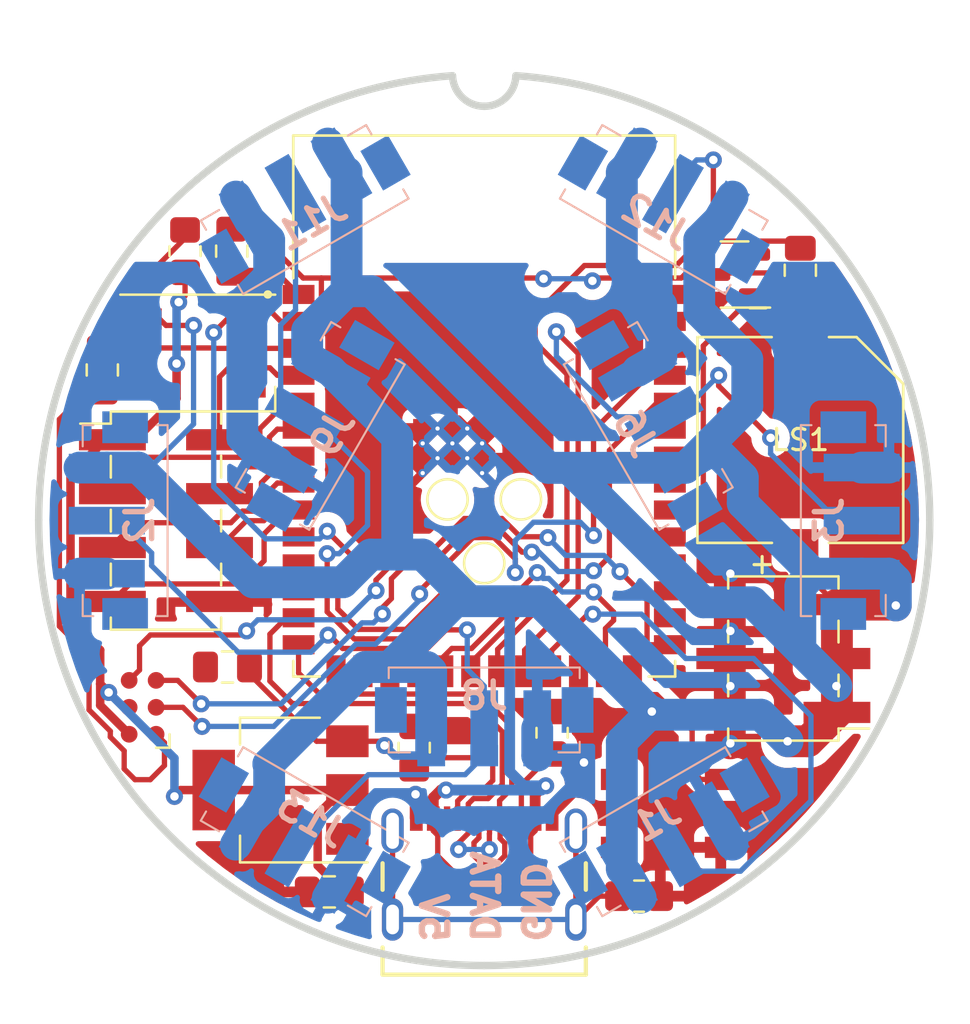
<source format=kicad_pcb>
(kicad_pcb (version 20211014) (generator pcbnew)

  (general
    (thickness 1.6)
  )

  (paper "A4")
  (layers
    (0 "F.Cu" signal)
    (31 "B.Cu" signal)
    (32 "B.Adhes" user "B.Adhesive")
    (33 "F.Adhes" user "F.Adhesive")
    (34 "B.Paste" user)
    (35 "F.Paste" user)
    (36 "B.SilkS" user "B.Silkscreen")
    (37 "F.SilkS" user "F.Silkscreen")
    (38 "B.Mask" user)
    (39 "F.Mask" user)
    (40 "Dwgs.User" user "User.Drawings")
    (41 "Cmts.User" user "User.Comments")
    (42 "Eco1.User" user "User.Eco1")
    (43 "Eco2.User" user "User.Eco2")
    (44 "Edge.Cuts" user)
    (45 "Margin" user)
    (46 "B.CrtYd" user "B.Courtyard")
    (47 "F.CrtYd" user "F.Courtyard")
    (48 "B.Fab" user)
    (49 "F.Fab" user)
    (50 "User.1" user)
    (51 "User.2" user)
    (52 "User.3" user)
    (53 "User.4" user)
    (54 "User.5" user)
    (55 "User.6" user)
    (56 "User.7" user)
    (57 "User.8" user)
    (58 "User.9" user)
  )

  (setup
    (stackup
      (layer "F.SilkS" (type "Top Silk Screen"))
      (layer "F.Paste" (type "Top Solder Paste"))
      (layer "F.Mask" (type "Top Solder Mask") (thickness 0.01))
      (layer "F.Cu" (type "copper") (thickness 0.035))
      (layer "dielectric 1" (type "core") (thickness 1.51) (material "FR4") (epsilon_r 4.5) (loss_tangent 0.02))
      (layer "B.Cu" (type "copper") (thickness 0.035))
      (layer "B.Mask" (type "Bottom Solder Mask") (thickness 0.01))
      (layer "B.Paste" (type "Bottom Solder Paste"))
      (layer "B.SilkS" (type "Bottom Silk Screen"))
      (copper_finish "None")
      (dielectric_constraints no)
    )
    (pad_to_mask_clearance 0)
    (pcbplotparams
      (layerselection 0x00010fc_ffffffff)
      (disableapertmacros false)
      (usegerberextensions false)
      (usegerberattributes true)
      (usegerberadvancedattributes true)
      (creategerberjobfile true)
      (svguseinch false)
      (svgprecision 6)
      (excludeedgelayer true)
      (plotframeref false)
      (viasonmask false)
      (mode 1)
      (useauxorigin false)
      (hpglpennumber 1)
      (hpglpenspeed 20)
      (hpglpendiameter 15.000000)
      (dxfpolygonmode true)
      (dxfimperialunits true)
      (dxfusepcbnewfont true)
      (psnegative false)
      (psa4output false)
      (plotreference true)
      (plotvalue true)
      (plotinvisibletext false)
      (sketchpadsonfab false)
      (subtractmaskfromsilk false)
      (outputformat 1)
      (mirror false)
      (drillshape 0)
      (scaleselection 1)
      (outputdirectory "gerber/")
    )
  )

  (net 0 "")
  (net 1 "+5V")
  (net 2 "GND")
  (net 3 "+3V3")
  (net 4 "ESP_EN")
  (net 5 "LED_INTERNAL")
  (net 6 "ESP_TX")
  (net 7 "ESP_RX")
  (net 8 "ESP_IO0")
  (net 9 "ESP_D+")
  (net 10 "unconnected-(U2-Pad17)")
  (net 11 "ESP_D-")
  (net 12 "ESP_IO4")
  (net 13 "Net-(J4-PadB5)")
  (net 14 "Net-(J4-PadS1)")
  (net 15 "Net-(J4-PadA5)")
  (net 16 "unconnected-(J4-PadA8)")
  (net 17 "unconnected-(J4-PadB8)")
  (net 18 "BUZZER")
  (net 19 "ESP_IO5")
  (net 20 "ESP_IO6")
  (net 21 "ESP_IO7")
  (net 22 "ESP_IO8")
  (net 23 "LED_EXTERNAL_0")
  (net 24 "ESP_IO9")
  (net 25 "unconnected-(U2-Pad11)")
  (net 26 "unconnected-(U2-Pad15)")
  (net 27 "unconnected-(U2-Pad16)")
  (net 28 "LED_EXTERNAL_2")
  (net 29 "LED_EXTERNAL_4")
  (net 30 "LED_EXTERNAL_1")
  (net 31 "LED_EXTERNAL_3")
  (net 32 "LED_EXTERNAL_5")
  (net 33 "unconnected-(U2-Pad24)")
  (net 34 "unconnected-(U2-Pad26)")
  (net 35 "unconnected-(U2-Pad28)")
  (net 36 "unconnected-(U2-Pad29)")
  (net 37 "unconnected-(U2-Pad30)")
  (net 38 "unconnected-(U2-Pad31)")
  (net 39 "unconnected-(U2-Pad33)")
  (net 40 "unconnected-(U2-Pad34)")
  (net 41 "unconnected-(U2-Pad35)")
  (net 42 "unconnected-(U2-Pad38)")
  (net 43 "unconnected-(U2-Pad39)")
  (net 44 "unconnected-(D2-Pad2)")
  (net 45 "unconnected-(D1-Pad2)")
  (net 46 "Net-(LS1-PadN)")
  (net 47 "unconnected-(U2-Pad10)")
  (net 48 "unconnected-(U2-Pad12)")

  (footprint "LED_SMD:LED_WS2812B_PLCC4_5.0x5.0mm_P3.2mm" (layer "F.Cu") (at 58.7 63.8))

  (footprint "TestPoint:TestPoint_Pad_D1.5mm" (layer "F.Cu") (at 51.73 49))

  (footprint "TestPoint:TestPoint_Pad_D1.5mm" (layer "F.Cu") (at 48.27 49))

  (footprint "Resistor_SMD:R_0805_2012Metric_Pad1.20x1.40mm_HandSolder" (layer "F.Cu") (at 57.3 67.7))

  (footprint "CMI-9705-0380-SMT-TR:CUI_CMI-9705-0380-SMT-TR" (layer "F.Cu") (at 64.9 46.2 180))

  (footprint "AMS1117:SOT-223-3Lead_TabPin2" (layer "F.Cu") (at 40.4 62.7 180))

  (footprint "Capacitor_SMD:C_0805_2012Metric_Pad1.18x1.45mm_HandSolder" (layer "F.Cu") (at 32 42.9 -90))

  (footprint "Resistor_SMD:R_0805_2012Metric_Pad1.20x1.40mm_HandSolder" (layer "F.Cu") (at 46.7 60.7 90))

  (footprint "Connector_PinHeader_2.54mm:PinHeader_2x04_P2.54mm_Vertical_SMD" (layer "F.Cu") (at 35 50))

  (footprint "Capacitor_SMD:C_0805_2012Metric_Pad1.18x1.45mm_HandSolder" (layer "F.Cu") (at 64.9 38.2 -90))

  (footprint "LED_SMD:LED_WS2812B_PLCC4_5.0x5.0mm_P3.2mm" (layer "F.Cu") (at 36.5 42.1))

  (footprint "Connector:Tag-Connect_TC2030-IDC-NL_2x03_P1.27mm_Vertical" (layer "F.Cu") (at 33.9 58.8 90))

  (footprint "ESP32-S3:XCVR_ESP32-S3-WROOM-1-N16R2" (layer "F.Cu") (at 50 44.6))

  (footprint "Package_TO_SOT_SMD:SOT-23" (layer "F.Cu") (at 61.8 38.4 180))

  (footprint "Resistor_SMD:R_0805_2012Metric_Pad1.20x1.40mm_HandSolder" (layer "F.Cu") (at 35.9 37.3 90))

  (footprint "USB:GCT_USB4105-GF-A" (layer "F.Cu") (at 50 68.8))

  (footprint "Connector_PinHeader_2.54mm:PinHeader_2x03_P2.54mm_Vertical_SMD" (layer "F.Cu") (at 64.1 56.5 180))

  (footprint "Capacitor_SMD:C_0805_2012Metric_Pad1.18x1.45mm_HandSolder" (layer "F.Cu") (at 42.7 67.5 180))

  (footprint "TestPoint:TestPoint_Pad_D1.5mm" (layer "F.Cu") (at 50 52))

  (footprint "Resistor_SMD:R_0805_2012Metric_Pad1.20x1.40mm_HandSolder" (layer "F.Cu") (at 53.2 60 90))

  (footprint "Capacitor_SMD:C_0805_2012Metric_Pad1.18x1.45mm_HandSolder" (layer "F.Cu") (at 38.1 37.3 -90))

  (footprint "Capacitor_SMD:C_0805_2012Metric_Pad1.18x1.45mm_HandSolder" (layer "F.Cu") (at 37.9 56.9 180))

  (footprint "KYOCERA:009155003541006" (layer "B.Cu") (at 43.07 46 -120))

  (footprint "KYOCERA:009155003541006" (layer "B.Cu") (at 42 63.86 -30))

  (footprint "KYOCERA:009155003541006" (layer "B.Cu") (at 58 63.86 30))

  (footprint "KYOCERA:009155003541006" (layer "B.Cu") (at 66 50 90))

  (footprint "KYOCERA:009155003541006" (layer "B.Cu") (at 56.93 46 120))

  (footprint "KYOCERA:009155003541006" (layer "B.Cu") (at 58 36.14 150))

  (footprint "KYOCERA:009155003541006" (layer "B.Cu") (at 50 58))

  (footprint "KYOCERA:009155003541006" (layer "B.Cu") (at 42 36.14 -150))

  (footprint "KYOCERA:009155003541006" (layer "B.Cu") (at 34 50 -90))

  (gr_curve (pts (xy 51.494084 29.029381) (xy 51.462519 29.829935) (xy 50.808295 30.470615) (xy 50.000011 30.470615)) (layer "Edge.Cuts") (width 0.35) (tstamp 02025f0d-2c36-4e8a-b2f2-bd209884a171))
  (gr_curve (pts (xy 71 49.970609) (xy 71 38.875572) (xy 62.393957 29.796475) (xy 51.494084 29.029381)) (layer "Edge.Cuts") (width 0.35) (tstamp 15e7e8ae-30f8-4ab4-8598-527b01c57ead))
  (gr_curve (pts (xy 29.000001 49.970609) (xy 29.000001 61.568588) (xy 38.402011 70.970619) (xy 50.000011 70.970619)) (layer "Edge.Cuts") (width 0.35) (tstamp 2fe86075-1652-4a57-add0-6a0d4ccd3bba))
  (gr_curve (pts (xy 50.000011 70.970619) (xy 61.59799 70.970619) (xy 71 61.568588) (xy 71 49.970609)) (layer "Edge.Cuts") (width 0.35) (tstamp 6f5105ac-cf26-4982-b835-feffb12fc1cd))
  (gr_curve (pts (xy 48.505916 29.029381) (xy 37.606022 29.796475) (xy 29.000001 38.875572) (xy 29.000001 49.970609)) (layer "Edge.Cuts") (width 0.35) (tstamp 83454dc4-d07d-4169-b1b5-ccfdc401f507))
  (gr_curve (pts (xy 50.000011 30.470615) (xy 49.191706 30.470615) (xy 48.537482 29.829935) (xy 48.505916 29.029381)) (layer "Edge.Cuts") (width 0.35) (tstamp ae5e877b-644d-456e-b5ef-1a64fc0b52f5))
  (gr_text "DATA" (at 50 70 270) (layer "B.SilkS") (tstamp 71347679-6d00-4bdf-82a7-292868af630f)
    (effects (font (size 1.2 1.2) (thickness 0.3)) (justify left mirror))
  )
  (gr_text "GND" (at 52.4 70 270) (layer "B.SilkS") (tstamp b78bfc8f-0469-4499-ad41-c131461c3c5d)
    (effects (font (size 1.2 1.2) (thickness 0.3)) (justify left mirror))
  )
  (gr_text "5V" (at 47.6 70 270) (layer "B.SilkS") (tstamp fcb97466-92b0-4979-a8fb-7f5018f5491e)
    (effects (font (size 1.2 1.2) (thickness 0.3)) (justify left mirror))
  )

  (segment (start 66.625 53.96) (end 69.36 53.96) (width 1.5) (layer "F.Cu") (net 1) (tstamp 1ab7e168-65ef-4c69-aee8-827e1f2d4f74))
  (segment (start 42.1 60.4) (end 43.55 60.4) (width 0.25) (layer "F.Cu") (net 1) (tstamp 257b7ca8-1cb9-4fe8-84ad-e7a71d3c2e46))
  (segment (start 47.6 63.062978) (end 47.6 64.045) (width 0.508) (layer "F.Cu") (net 1) (tstamp 26890865-820e-4f14-b8f0-4f830b5d6ea8))
  (segment (start 57.9 59) (end 56.25 60.65) (width 0.4) (layer "F.Cu") (net 1) (tstamp 2916e286-2d8e-459a-a801-ff7973ef9fa7))
  (segment (start 47.962978 62.7) (end 47.6 63.062978) (width 0.508) (layer "F.Cu") (net 1) (tstamp 2feeab13-c423-4052-9869-99a9a36c9cec))
  (segment (start 64.9 51.15) (end 64.9 52.235) (width 0.25) (layer "F.Cu") (net 1) (tstamp 3872a798-7f5f-4b91-96ae-c068ecddcd72))
  (segment (start 45.100498 60.4) (end 43.55 60.4) (width 0.25) (layer "F.Cu") (net 1) (tstamp 3df79f41-bcdc-413a-8eef-2cfc7190bcb7))
  (segment (start 47.6 64.045) (end 47.6 64.620727) (width 0.25) (layer "F.Cu") (net 1) (tstamp 3f525730-2b60-4fcf-adc6-0a8cf97d099c))
  (segment (start 34.7 40.5) (end 35 40.8) (width 0.25) (layer "F.Cu") (net 1) (tstamp 411b3d42-1b42-41a1-8927-176f2c03698d))
  (segment (start 52.4 62.9) (end 52.4 64.045) (width 0.508) (layer "F.Cu") (net 1) (tstamp 49322a6e-e281-46e3-ad3d-20050b2bb3dc))
  (segment (start 52.190479 65.809521) (end 52.190479 64.830248) (width 0.25) (layer "F.Cu") (net 1) (tstamp 4c6ebc15-4f96-4288-a5ed-5a7b5b989e43))
  (segment (start 64.9 52.235) (end 66.625 53.96) (width 0.25) (layer "F.Cu") (net 1) (tstamp 596c4946-f4f7-4581-a679-c686de92f943))
  (segment (start 69.36 53.96) (end 69.4 54) (width 1.5) (layer "F.Cu") (net 1) (tstamp 5f29c71d-d990-4098-9efa-edd1d6e06641))
  (segment (start 48.2 62.7) (end 47.962978 62.7) (width 0.508) (layer "F.Cu") (net 1) (tstamp 611ac314-42cd-41a8-91b4-3f1060711534))
  (segment (start 52.9 62.4) (end 52.4 62.9) (width 0.508) (layer "F.Cu") (net 1) (tstamp 61fc3ea2-00fe-49a0-abaa-a83a0272f2cb))
  (segment (start 64.3 60.4) (end 65.265 60.4) (width 1.5) (layer "F.Cu") (net 1) (tstamp 66cebd83-6351-4cf9-844e-f0e2e255291e))
  (segment (start 52.4 64.620727) (end 52.4 64.045) (width 0.25) (layer "F.Cu") (net 1) (tstamp 6c751816-cee0-4df4-9d46-48a5e4e5ba4f))
  (segment (start 52.9 62.4) (end 52.9 62.5) (width 0.508) (layer "F.Cu") (net 1) (tstamp 6f0fe351-769e-4b3a-bceb-af950cef9286))
  (segment (start 48.7 66.7) (end 51.3 66.7) (width 0.25) (layer "F.Cu") (net 1) (tstamp 7b171160-3831-405e-beb6-8ecdd733f235))
  (segment (start 47.809521 64.830248) (end 47.809521 65.809521) (width 0.25) (layer "F.Cu") (net 1) (tstamp 81890a6b-86dd-4622-940a-2aa2760cf519))
  (segment (start 38.9375 56.9) (end 38.9375 57.2375) (width 0.25) (layer "F.Cu") (net 1) (tstamp 8233a213-1f1f-4788-8fee-5f729bbf84da))
  (segment (start 56.25 60.65) (end 56.25 62.2) (width 0.4) (layer "F.Cu") (net 1) (tstamp 84effbd7-df07-4ed7-9a69-3f907cd61bf4))
  (segment (start 34.05 40.5) (end 34.7 40.5) (width 0.25) (layer "F.Cu") (net 1) (tstamp 8d0b4929-7499-47de-b3ef-525ce6137c78))
  (segment (start 35 40.8) (end 36.3 40.8) (width 0.25) (layer "F.Cu") (net 1) (tstamp 90660276-b998-45ed-981f-798f3a5a3d4f))
  (segment (start 66.625 56.5) (end 66.625 59.04) (width 1.5) (layer "F.Cu") (net 1) (tstamp 912045d1-f4a7-41cf-a4f2-c3a419404778))
  (segment (start 45.3 60.599502) (end 45.100498 60.4) (width 0.25) (layer "F.Cu") (net 1) (tstamp a3b9a08c-0a35-46d1-bd1d-5165f095659f))
  (segment (start 52.190479 64.830248) (end 52.4 64.620727) (width 0.25) (layer "F.Cu") (net 1) (tstamp a48be18c-803e-4df9-a0c7-4ef12645cc81))
  (segment (start 65.265 60.4) (end 66.625 59.04) (width 1.5) (layer "F.Cu") (net 1) (tstamp ac514b35-215a-4457-8b72-7ea059606705))
  (segment (start 38.9375 57.2375) (end 42.1 60.4) (width 0.25) (layer "F.Cu") (net 1) (tstamp b5caeb15-a9b8-440b-bb54-7f763a444911))
  (segment (start 47.809521 65.809521) (end 48.7 66.7) (width 0.25) (layer "F.Cu") (net 1) (tstamp d5bfb570-d704-4eb8-b9c2-5ca29b1b7012))
  (segment (start 47.6 64.620727) (end 47.809521 64.830248) (width 0.25) (layer "F.Cu") (net 1) (tstamp db8a87c6-0cb3-451a-8993-2036f12ab455))
  (segment (start 51.3 66.7) (end 52.190479 65.809521) (width 0.25) (layer "F.Cu") (net 1) (tstamp e2b85c11-50d6-44cf-b9bc-ff730288aaa3))
  (segment (start 66.625 53.96) (end 66.625 56.5) (width 1.5) (layer "F.Cu") (net 1) (tstamp e2cfb055-efcc-4c97-8848-6b15df2b09ea))
  (via (at 64.3 60.4) (size 0.8) (drill 0.4) (layers "F.Cu" "B.Cu") (net 1) (tstamp 436cd9a8-9e91-4dcb-974d-546eb40615ac))
  (via (at 57.9 59) (size 0.8) (drill 0.4) (layers "F.Cu" "B.Cu") (net 1) (tstamp 4dc2cc97-f1d0-44db-ad42-6887226034f6))
  (via (at 69.4 54) (size 0.8) (drill 0.4) (layers "F.Cu" "B.Cu") (net 1) (tstamp 5585aa5f-4576-46b3-b861-dba8c9f62dda))
  (via (at 52.9 62.5) (size 0.8) (drill 0.4) (layers "F.Cu" "B.Cu") (net 1) (tstamp 87aec584-7456-45f3-91a4-30c7766c368e))
  (via (at 45.3 60.599502) (size 0.8) (drill 0.4) (layers "F.Cu" "B.Cu") (net 1) (tstamp 967020df-d1e7-4f1b-839c-f7000e628acb))
  (via (at 36.3 40.8) (size 0.8) (drill 0.4) (layers "F.Cu" "B.Cu") (net 1) (tstamp a99d0c10-df94-419b-bc4d-bc2210591662))
  (via (at 66.6 57.8) (size 0.8) (drill 0.4) (layers "F.Cu" "B.Cu") (net 1) (tstamp dd20fc3f-bfb0-4859-92ab-4c54a5b8bb0e))
  (via (at 48.2 62.7) (size 0.8) (drill 0.4) (layers "F.Cu" "B.Cu") (net 1) (tstamp edd82b38-554f-4063-8b74-79348c29555f))
  (segment (start 45.9 46.069206) (end 45.9 51.6) (width 1.5) (layer "B.Cu") (net 1) (tstamp 02752434-8751-4b0d-8659-7192343eb75c))
  (segment (start 30.924989 47.499808) (end 32.2125 47.5) (width 1.5) (layer "B.Cu") (net 1) (tstamp 039d0357-4bce-43db-8ed6-cc1ad547c7aa))
  (segment (start 45.9 51.6) (end 47.1 51.6) (width 1.5) (layer "B.Cu") (net 1) (tstamp 06fb19a5-e5a1-4470-9c66-0d0573961e35))
  (segment (start 44.690322 39.187563) (end 43.512437 39.187563) (width 1.5) (layer "B.Cu") (net 1) (tstamp 09cde777-0ab0-4020-84e7-f09949f6bc93))
  (segment (start 57.9 59) (end 57.8 59.1) (width 1.5) (layer "B.Cu") (net 1) (tstamp 0b6db8cc-5cb3-48ff-a3b2-913cfa268b0f))
  (segment (start 62.4 44.599334) (end 59.72802 47.271314) (width 1.5) (layer "B.Cu") (net 1) (tstamp 0ceb70ab-b158-499e-9df4-36f9a07d50bf))
  (segment (start 39.825867 61.474133) (end 39.863527 61.511792) (width 1.5) (layer "B.Cu") (net 1) (tstamp 0f1602e3-d3aa-4560-a7a4-48fa0feb1e07))
  (segment (start 43.512437 39.187563) (end 43.512437 33.583103) (width 1.5) (layer "B.Cu") (net 1) (tstamp 126db389-6547-4ef3-914b-9e7fb07867b2))
  (segment (start 47.1 51.6) (end 49.300011 53.800011) (width 1.5) (layer "B.Cu") (net 1) (tstamp 13e15420-77eb-4f3f-a87f-e3b05367207d))
  (segment (start 45.775509 61.075011) (end 47.499808 61.075011) (width 0.4) (layer "B.Cu") (net 1) (tstamp 15a21dd4-14de-4153-9943-d557b31e9718))
  (segment (start 39.106586 52.907564) (end 33.699022 47.5) (width 1.5) (layer "B.Cu") (net 1) (tstamp 16f487b6-b824-4b58-91f2-d6b2e9bce3c5))
  (segment (start 43.271314 33.34198) (end 43.271314 33.671314) (width 0.508) (layer "B.Cu") (net 1) (tstamp 179f68f0-a496-4478-807a-8a228ac1fdea))
  (segment (start 53.015196 47.512437) (end 44.690322 39.187563) (width 1.5) (layer "B.Cu") (net 1) (tstamp 1dfa3d63-37cc-4399-bc81-c26354601270))
  (segment (start 43.512437 39.187563) (end 41.657058 41.042942) (width 1.5) (layer "B.Cu") (net 1) (tstamp 226133bf-717b-412e-a057-c2e86f0862ed))
  (segment (start 66.6 57.8) (end 64.900489 56.100489) (width 1.5) (layer "B.Cu") (net 1) (tstamp 2270ac14-2b76-48f7-a1d6-48e1bcb60399))
  (segment (start 47.5 59.7875) (end 47.5 57.100978) (width 1.5) (layer "B.Cu") (net 1) (tstamp 22ce26e9-6173-4555-ab7a-a54424d6ac5d))
  (segment (start 60.843134 46.627724) (end 62.18657 47.97116) (width 1.5) (layer "B.Cu") (net 1) (tstamp 25b8529f-de0b-41ea-9eaf-944a1e96fb29))
  (segment (start 42.627724 32.226866) (end 43.271314 33.34198) (width 1.5) (layer "B.Cu") (net 1) (tstamp 2ae42398-6c29-43fd-a69b-1fdb739a259b))
  (segment (start 39.863527 61.511792) (end 39.863527 63.235679) (width 1.5) (layer "B.Cu") (net 1) (tstamp 2f55a00c-7e9b-45b5-a56c-b13214df6d91))
  (segment (start 64.900489 53.099511) (end 65.5 52.5) (width 1.5) (layer "B.Cu") (net 1) (tstamp 321a4aec-45df-4ea5-9e1e-812b2e5883f0))
  (segment (start 56.487563 66.416897) (end 56.728686 66.65802) (width 1.5) (layer "B.Cu") (net 1) (tstamp 38911e58-08a0-4e73-b95e-8d339608bdb7))
  (segment (start 61.058814 35.84198) (end 60.136473 36.764321) (width 1.5) (layer "B.Cu") (net 1) (tstamp 3934c9a6-865d-40a7-bafa-f7759a48a519))
  (segment (start 62.18657 49.18657) (end 65.5 52.5) (width 1.5) (layer "B.Cu") (net 1) (tstamp 3ab214bb-e580-4dcb-86c8-1a855e3bd773))
  (segment (start 60.136473 40.136473) (end 62.4 42.4) (width 1.5) (layer "B.Cu") (net 1) (tstamp 3cb6da36-fe9c-4984-b9ef-754b7cca2469))
  (segment (start 52.9 62.5) (end 51.867363 62.5) (width 0.508) (layer "B.Cu") (net 1) (tstamp 3db1eab7-d1e2-4856-9133-6156a5b07976))
  (segment (start 47.5 57.100978) (end 47.299511 56.900489) (width 1.5) (layer "B.Cu") (net 1) (tstamp 406d6b8f-8aac-4a85-9861-7c8d913b32e2))
  (segment (start 53.015196 47.512437) (end 53.986585 47.512437) (width 1.5) (layer "B.Cu") (net 1) (tstamp 4551b841-6bf4-4692-8680-0c8c210e0d5f))
  (segment (start 53.986585 47.512437) (end 60.324637 53.850489) (width 1.5) (layer "B.Cu") (net 1) (tstamp 4997c37b-168d-4bbd-9073-89e792676323))
  (segment (start 51.2 54) (end 51.4 53.8) (width 0.508) (layer "B.Cu") (net 1) (tstamp 4d55b5f5-0ddb-4e00-a307-da3ecfaf3e29))
  (segment (start 47.100489 56.900489) (end 47.299511 56.900489) (width 1.5) (layer "B.Cu") (net 1) (tstamp 4f2decb1-190c-44f6-bb9c-f88f37317c45))
  (segment (start 34.25 47.5) (end 32.2125 47.5) (width 0.25) (layer "B.Cu") (net 1) (tstamp 53a7da79-bfdf-4a18-a2d8-000ea12189a2))
  (segment (start 51.2 61.832637) (end 51.2 54) (width 0.508) (layer "B.Cu") (net 1) (tstamp 635632b3-9828-4261-86e3-f775f3b55cdc))
  (segment (start 52.7 62.7) (end 52.9 62.5) (width 0.508) (layer "B.Cu") (net 1) (tstamp 683090bf-0121-4bb4-b7d7-6702c2335793))
  (segment (start 65.5 52.5) (end 67.7875 52.5) (width 1.5) (layer "B.Cu") (net 1) (tstamp 6c892449-fa98-4beb-9545-a7daa2d377fc))
  (segment (start 62.18657 47.97116) (end 62.18657 49.18657) (width 1.5) (layer "B.Cu") (net 1) (tstamp 6d97a773-7566-43e5-a8e3-b42dc24928d5))
  (segment (start 44.643716 51.6) (end 43.336152 52.907564) (width 1.5) (layer "B.Cu") (net 1) (tstamp 6de3070a-7531-42ce-a1d4-a7c785d5ad43))
  (segment (start 48.2 62.7) (end 52.7 62.7) (width 0.508) (layer "B.Cu") (net 1) (tstamp 6eceff25-1402-46b4-8802-cdab6ba8051e))
  (segment (start 69.075011 52.500192) (end 67.7875 52.5) (width 1.5) (layer "B.Cu") (net 1) (tstamp 7362ae56-3517-4081-bccb-817245acf9af))
  (segment (start 57.372276 67.773134) (end 56.728686 66.65802) (width 1.5) (layer "B.Cu") (net 1) (tstamp 755079d2-c7b5-4488-b47a-e8bf3710027f))
  (segment (start 56.487563 60.412437) (end 56.487563 66.416897) (width 1.5) (layer "B.Cu") (net 1) (tstamp 7e257cb0-933d-4e3e-ae41-dd0fae9f2047))
  (segment (start 44.399511 56.900489) (end 39.825867 61.474133) (width 1.5) (layer "B.Cu") (net 1) (tstamp 7fae9e3f-d082-4ead-ba25-16b7fe78a153))
  (segment (start 59.72802 47.271314) (end 59.486897 47.512437) (width 1.5) (layer "B.Cu") (net 1) (tstamp 83830d69-3c9d-4225-81c0-c67c61c0f729))
  (segment (start 69.4 54) (end 69.4 52.825181) (width 1.5) (layer "B.Cu") (net 1) (tstamp 87e8d44a-40ef-4b5d-8a93-6c64fe74fc52))
  (segment (start 49.300011 53.800011) (end 51.4 53.800011) (width 1.5) (layer "B.Cu") (net 1) (tstamp 89f0ec50-3286-45bd-baf2-ff765b9d8559))
  (segment (start 57.9 59) (end 56.487563 60.412437) (width 1.5) (layer "B.Cu") (net 1) (tstamp 9305d648-9ff9-4366-b118-4b22c22b8aae))
  (segment (start 52.6 53.8) (end 51.4 53.8) (width 1.5) (layer "B.Cu") (net 1) (tstamp 93f94c51-bd02-41aa-bb9c-a02507e54439))
  (segment (start 59.486897 47.512437) (end 53.015196 47.512437) (width 1.5) (layer "B.Cu") (net 1) (tstamp 96811c80-254d-4a3b-aee9-08c8ff535e96))
  (segment (start 36.3 45.45) (end 34.25 47.5) (width 0.25) (layer "B.Cu") (net 1) (tstamp 97c21455-c1ff-4391-9b47-3be3e31f0909))
  (segment (start 47.5 59.7875) (end 47.5 60.825002) (width 1.5) (layer "B.Cu") (net 1) (tstamp 9b156987-84e0-41cc-8fab-8745b1127132))
  (segment (start 64.3 60.4) (end 63.049511 59.149511) (width 1.5) (layer "B.Cu") (net 1) (tstamp a17f60e7-a19a-4917-a542-50de05e641ff))
  (segment (start 45.9 51.6) (end 44.643716 51.6) (width 1.5) (layer "B.Cu") (net 1) (tstamp a27eb3e7-e616-4e82-85fe-58320642a286))
  (segment (start 62.4 42.4) (end 62.4 44.599334) (width 1.5) (layer "B.Cu") (net 1) (tstamp a29452be-4f39-4693-adc0-fc9556c10fd5))
  (segment (start 38.297265 65.272942) (end 38.941186 64.15802) (width 1.5) (layer "B.Cu") (net 1) (tstamp a2c7e02a-9eb7-4fe3-8b47-9b3a800c52f3))
  (segment (start 61.702735 34.727058) (end 61.058814 35.84198) (width 1.5) (layer "B.Cu") (net 1) (tstamp a3045687-06ae-41a2-b8bb-606ffc9713b2))
  (segment (start 69.4 52.825181) (end 69.075011 52.500192) (width 1.5) (layer "B.Cu") (net 1) (tstamp aa0c6cfa-bb23-4be4-8d0c-cb7d53887b58))
  (segment (start 64.900489 56.100489) (end 62.650489 53.850489) (width 1.5) (layer "B.Cu") (net 1) (tstamp ad80e1b4-dacc-4ef8-b3a7-46455c3329c7))
  (segment (start 39.863527 63.235679) (end 38.941186 64.15802) (width 1.5) (layer "B.Cu") (net 1) (tstamp adb705e2-a62b-4637-8804-76dae706a0e8))
  (segment (start 64.900489 56.100489) (end 64.900489 53.099511) (width 1.5) (layer "B.Cu") (net 1) (tstamp ae7ed41c-08c1-4564-bc36-4ce9f60cf0e8))
  (segment (start 41.657058 41.042942) (end 41.657058 42.297265) (width 1.5) (layer "B.Cu") (net 1) (tstamp b4b4187d-c722-4771-ae57-d45afe2c5985))
  (segment (start 44.399511 56.900489) (end 45.540513 56.900489) (width 1.5) (layer "B.Cu") (net 1) (tstamp b6796925-057f-4a79-b053-909892435f42))
  (segment (start 48.641013 53.799989) (end 49.300011 53.799989) (width 1.5) (layer "B.Cu") (net 1) (tstamp badead41-a09c-4817-acdb-386c1fec443a))
  (segment (start 57.949511 59.149511) (end 52.6 53.8) (width 1.5) (layer "B.Cu") (net 1) (tstamp be06a883-e6c5-4ee8-9c54-6d953990c981))
  (segment (start 45.540513 56.900489) (end 48.641013 53.799989) (width 1.5) (layer "B.Cu") (net 1) (tstamp c0f0c0e8-9604-4b38-8836-7e8e5602ca22))
  (segment (start 60.136473 36.764321) (end 60.136473 40.136473) (width 1.5) (layer "B.Cu") (net 1) (tstamp d8853521-2a77-47c9-b80a-25d80623239a))
  (segment (start 42.77198 42.941186) (end 41.657058 42.297265) (width 1.5) (layer "B.Cu") (net 1) (tstamp db67a6fa-cd89-4ab0-9f82-5dba5b70b20e))
  (segment (start 62.650489 53.850489) (end 60.324637 53.850489) (width 1.5) (layer "B.Cu") (net 1) (tstamp e56bc5ff-a481-40cc-b798-605facdcfd07))
  (segment (start 36.3 40.8) (end 36.3 45.45) (width 0.25) (layer "B.Cu") (net 1) (tstamp e62a794e-7aab-4d1b-bebb-ef14384f87ac))
  (segment (start 63.049511 59.149511) (end 57.949511 59.149511) (width 1.5) (layer "B.Cu") (net 1) (tstamp e642e97a-f3c4-411a-8f0a-f3b6d5ff19fc))
  (segment (start 59.72802 47.271314) (end 60.843134 46.627724) (width 1.5) (layer "B.Cu") (net 1) (tstamp e9812056-4eb2-49dc-9b88-fd1e16475462))
  (segment (start 42.77198 42.941186) (end 45.9 46.069206) (width 1.5) (layer "B.Cu") (net 1) (tstamp edc34e73-060c-4263-99d9-9108fb7d41b4))
  (segment (start 47.299511 56.900489) (end 44.399511 56.900489) (width 1.5) (layer "B.Cu") (net 1) (tstamp ee3390f0-17bd-4ce6-902e-e1dc6cdda17e))
  (segment (start 45.3 60.599502) (end 45.775509 61.075011) (width 0.4) (layer "B.Cu") (net 1) (tstamp ee602504-72fc-46de-8f4c-febf15430e5d))
  (segment (start 33.699022 47.5) (end 32.2125 47.5) (width 1.5) (layer "B.Cu") (net 1) (tstamp f6315cbf-c3ee-4785-a051-6f5d62b4451a))
  (segment (start 43.336152 52.907564) (end 39.106586 52.907564) (width 1.5) (layer "B.Cu") (net 1) (tstamp f6460525-e899-4a0c-85d1-812efcca154a))
  (segment (start 51.867363 62.5) (end 51.2 61.832637) (width 0.508) (layer "B.Cu") (net 1) (tstamp f99902e4-cf97-4f60-b119-be7e8a54b43d))
  (segment (start 54.7 62.3) (end 53.2 63.8) (width 0.508) (layer "F.Cu") (net 2) (tstamp 07a3bdd5-9bdb-4c25-8973-a066541a28d9))
  (segment (start 46.762302 62.8995) (end 46.746489 62.915313) (width 0.508) (layer "F.Cu") (net 2) (tstamp 17189f31-c014-44c1-8209-1cc30c01e26c))
  (segment (start 61.6 60.499011) (end 61.575 60.474011) (width 1.5) (layer "F.Cu") (net 2) (tstamp 1909dafe-4914-431c-970d-b6c538a35e1f))
  (segment (start 61.575 60.474011) (end 61.575 59.04) (width 1.5) (layer "F.Cu") (net 2) (tstamp 300787f4-941b-410a-9759-90240dcbc056))
  (segment (start 54.7 61.4) (end 54.7 62.3) (width 0.508) (layer "F.Cu") (net 2) (tstamp 5e24d24c-622b-4264-a200-dbf79bf79799))
  (segment (start 61.6 52.5) (end 61.575 52.525) (width 1.5) (layer "F.Cu") (net 2) (tstamp 70582b30-2738-4680-ac4c-3e62b7cd6837))
  (segment (start 61.575 56.5) (end 61.575 59.04) (width 1.5) (layer "F.Cu") (net 2) (tstamp 8f3856d2-b264-400f-860a-d724318e810d))
  (segment (start 38.1 38.3375) (end 40.2475 38.3375) (width 0.25) (layer "F.Cu") (net 2) (tstamp a8fec463-6071-4859-bc6b-19b174a7be94))
  (segment (start 40.2475 38.3375) (end 41.25 39.34) (width 0.25) (layer "F.Cu") (net 2) (tstamp b6ba2b4a-aea1-4c76-8082-d15be5acd349))
  (segment (start 61.575 53.96) (end 61.575 56.5) (width 1.5) (layer "F.Cu") (net 2) (tstamp bc00f6df-1865-43b5-ac2b-5ec22e261496))
  (segment (start 53.2 63.8) (end 53.2 64.045) (width 0.508) (layer "F.Cu") (net 2) (tstamp bced92ce-eb3d-424d-9740-d49c19f3260d))
  (segment (start 46.746489 63.991489) (end 46.8 64.045) (width 0.508) (layer "F.Cu") (net 2) (tstamp ce28af20-497a-46fd-92f6-60a7701874c1))
  (segment (start 46.746489 62.915313) (end 46.746489 63.991489) (width 0.508) (layer "F.Cu") (net 2) (tstamp f10cf6de-07ab-4f28-9881-39c2f1e41f45))
  (segment (start 61.575 52.525) (end 61.575 53.96) (width 1.5) (layer "F.Cu") (net 2) (tstamp fe27b15c-b493-4d6e-94c6-b753cb51c90e))
  (via (at 61.6 60.499011) (size 0.8) (drill 0.4) (layers "F.Cu" "B.Cu") (net 2) (tstamp 12ea2801-9517-4e37-a737-56fde08f23da))
  (via (at 46.762302 62.8995) (size 0.8) (drill 0.4) (layers "F.Cu" "B.Cu") (net 2) (tstamp 3a4c72c8-063b-4c79-89cf-2b4779128be0))
  (via (at 54.7 61.4) (size 0.8) (drill 0.4) (layers "F.Cu" "B.Cu") (net 2) (tstamp 5666bcee-5088-46b8-895c-e80b4512a904))
  (via (at 61.6 52.5) (size 0.8) (drill 0.4) (layers "F.Cu" "B.Cu") (net 2) (tstamp a05b1e6c-f65c-4215-a105-afd653f28fa2))
  (via (at 61.6 57.8) (size 0.8) (drill 0.4) (layers "F.Cu" "B.Cu") (net 2) (tstamp ba8020a0-d5d6-425a-849a-64d1be365d6e))
  (via (at 61.6 55.2) (size 0.8) (drill 0.4) (layers "F.Cu" "B.Cu") (net 2) (tstamp f19d0e00-03d0-46a5-be9e-614b0850c8af))
  (segment (start 47.246463 63.853511) (end 46.762302 63.36935) (width 0.508) (layer "B.Cu") (net 2) (tstamp 06d64e1b-25af-4f0e-8261-183bad699a11))
  (segment (start 52.753537 63.853511) (end 47.246463 63.853511) (width 0.508) (layer "B.Cu") (net 2) (tstamp 07df1327-751d-4c54-a522-4884262093c0))
  (segment (start 39.863527 36.764321) (end 39.863527 38.488208) (width 1.5) (layer "B.Cu") (net 2) (tstamp 0b22238f-beb2-4179-8ee8-643bb182a034))
  (segment (start 46.762302 63.36935) (end 46.762302 62.8995) (width 0.508) (layer "B.Cu") (net 2) (tstamp 0b577763-2963-4eae-a5d4-46be3eeafd19))
  (segment (start 38.297954 34.72666) (end 38.941186 35.84198) (width 1.5) (layer "B.Cu") (net 2) (tstamp 279fe30a-4547-4dcc-9407-23e0b50187f5))
  (segment (start 56.487563 33.583103) (end 56.487563 37.985221) (width 1.5) (layer "B.Cu") (net 2) (tstamp 31b9163f-632f-4156-a519-c1b746ee4c91))
  (segment (start 30.924989 52.499396) (end 32.2125 52.5) (width 1.5) (layer "B.Cu") (net 2) (tstamp 3b429229-22c2-46df-a091-bd8da8bf6010))
  (segment (start 52.5 59.7875) (end 52.5 61.074407) (width 1.5) (layer "B.Cu") (net 2) (tstamp 3d84ffe6-d14a-4d5e-9d0a-068aa4733a0b))
  (segment (start 52.5 61.074407) (end 52.499396 61.075011) (width 1.5) (layer "B.Cu") (net 2) (tstamp 4528e05c-ebee-427b-be3c-c04c510f6895))
  (segment (start 39.863527 38.488208) (end 38.6 39.751735) (width 1.5) (layer "B.Cu") (net 2) (tstamp 52baeec8-31ad-4b06-91a5-0af06afda4c2))
  (segment (start 38.941186 35.84198) (end 39.863527 36.764321) (width 1.5) (layer "B.Cu") (net 2) (tstamp 63394aab-264c-4506-b9ff-9611a44775ac))
  (segment (start 40.27198 47.271314) (end 39.157264 46.627035) (width 1.5) (layer "B.Cu") (net 2) (tstamp 81c41b1f-3647-4962-a5f7-8a05582281bc))
  (segment (start 54.7 61.907048) (end 52.753537 63.853511) (width 0.508) (layer "B.Cu") (net 2) (tstamp 8a7a8bc6-1a9d-471c-a681-60ce078bdf54))
  (segment (start 42.627035 67.772736) (end 43.271314 66.65802) (width 1.5) (layer "B.Cu") (net 2) (tstamp 8d92d5bc-8103-4e66-a930-49030a303d86))
  (segment (start 57.372965 32.227264) (end 56.728686 33.34198) (width 1.5) (layer "B.Cu") (net 2) (tstamp 8fadc069-bb4b-4543-8364-a412910ca308))
  (segment (start 38.6 46.069771) (end 39.157264 46.627035) (width 1.5) (layer "B.Cu") (net 2) (tstamp 979379a6-2ff2-4d9b-823b-a74c0c34d304))
  (segment (start 38.6 39.751735) (end 38.6 46.069771) (width 1.5) (layer "B.Cu") (net 2) (tstamp 9f57d27d-59c8-44f7-99ce-31dbdb4cd0c9))
  (segment (start 61.702046 65.27334) (end 61.058814 64.15802) (width 1.5) (layer "B.Cu") (net 2) (tstamp a61dde28-5346-4059-8cda-5f584a1ad149))
  (segment (start 58.34334 39.840998) (end 58.34334 42.297954) (width 1.5) (layer "B.Cu") (net 2) (tstamp bca986ab-ae44-4c81-bade-80ab2a2c5777))
  (segment (start 56.487563 37.985221) (end 58.34334 39.840998) (width 1.5) (layer "B.Cu") (net 2) (tstamp bdf61975-869f-4bc8-9801-c66d74fa06e7))
  (segment (start 69.075011 47.500604) (end 67.7875 47.5) (width 1.5) (layer "B.Cu") (net 2) (tstamp c8e74e58-740c-4916-87cb-8e7df9386148))
  (segment (start 54.7 61.4) (end 54.7 61.907048) (width 0.508) (layer "B.Cu") (net 2) (tstamp cd1cf589-f574-4945-bff1-6e7d61d209d0))
  (segment (start 56.728686 33.34198) (end 56.487563 33.583103) (width 1.5) (layer "B.Cu") (net 2) (tstamp db1e0acf-47e9-4ded-8141-af410b9a12f0))
  (segment (start 58.34334 42.297954) (end 57.22802 42.941186) (width 1.5) (layer "B.Cu") (net 2) (tstamp ef44ba52-ed16-405f-addb-7285c30ee376))
  (segment (start 42.150489 66.25693) (end 43.393559 67.5) (width 0.4) (layer "F.Cu") (net 3) (tstamp 11bff981-f6cb-47df-89ae-4136bac454bc))
  (segment (start 35.7 62.7) (end 35.4 63) (width 0.4) (layer "F.Cu") (net 3) (tstamp 14381d44-70a0-41b1-9f21-0c6ee85343e6))
  (segment (start 31.9 57.7) (end 31.9 58.705) (width 0.4) (layer "F.Cu") (net 3) (tstamp 151f799d-dfdb-4ede-83cd-0ea7fa987046))
  (segment (start 30.500489 54.700489) (end 31.9 56.1) (width 0.4) (layer "F.Cu") (net 3) (tstamp 1da95d01-f5a8-44e1-8546-d9dc18aa0afa))
  (segment (start 55.1 38.69952) (end 55.234031 38.565489) (width 0.25) (layer "F.Cu") (net 3) (tstamp 1dbf8f02-9523-434d-bb70-10e9fdcfa40e))
  (segment (start 31.9 58.705) (end 33.265 60.07) (width 0.4) (layer "F.Cu") (net 3) (tstamp 27066393-3e48-4bfc-a579-cd86c291aa12))
  (segment (start 37.275489 39.675489) (end 40.024511 39.675489) (width 0.25) (layer "F.Cu") (net 3) (tstamp 34762ab0-2ef0-4e82-9636-1699dc96a1cf))
  (segment (start 43.300978 62.7) (end 42.150489 63.850489) (width 0.4) (layer "F.Cu") (net 3) (tstamp 38be46d0-0dd6-42d9-a709-ef24faf39d51))
  (segment (start 33.55 46.19) (end 35.5 44.24) (width 0.4) (layer "F.Cu") (net 3) (tstamp 3adaa09f-c222-4c7a-b938-b244637c83e7))
  (segment (start 38.1 36.2625) (end 39.1625 36.2625) (width 0.25) (layer "F.Cu") (net 3) (tstamp 3cc8edc2-c317-4245-9f06-02cb275c886d))
  (segment (start 32.475 46.19) (end 33.55 46.19) (width 0.4) (layer "F.Cu") (net 3) (tstamp 3d7f0416-1df4-456a-b7f8-6680eb9e00c9))
  (segment (start 42.324511 38.565489) (end 52.765489 38.565489) (width 0.25) (layer "F.Cu") (net 3) (tstamp 3f9de409-80d8-4222-a456-6e32cdbe8df8))
  (segment (start 43.393559 67.5) (end 43.7375 67.5) (width 0.4) (layer "F.Cu") (net 3) (tstamp 4b02d05c-6571-4224-8fed-c1d79264e3cb))
  (segment (start 40.41 40.61) (end 41.25 40.61) (width 0.25) (layer "F.Cu") (net 3) (tstamp 4e47127d-2538-4de7-8fca-716fba00f260))
  (segment (start 40.024511 40.224511) (end 40.41 40.61) (width 0.25) (layer "F.Cu") (net 3) (tstamp 562716fa-4b51-4de7-9099-114d7731bcd3))
  (segment (start 42.150489 63.850489) (end 42.150489 66.25693) (width 0.4) (layer "F.Cu") (net 3) (tstamp 627cfa0d-eefe-467f-98df-0a77d00471cd))
  (segment (start 41.465489 38.565489) (end 42.324511 38.565489) (width 0.25) (layer "F.Cu") (net 3) (tstamp 671974c5-c530-4db0-b53d-ecc010c941c2))
  (segment (start 55.234031 38.565489) (end 59.288439 38.565489) (width 0.25) (layer "F.Cu") (net 3) (tstamp 6e88f0fd-8934-401c-ada5-bfbd5f19521c))
  (segment (start 42.324511 38.565489) (end 42.324511 40.375489) (width 0.25) (layer "F.Cu") (net 3) (tstamp 7852e0c6-bbdb-464b-ba7c-ffb0db773ae2))
  (segment (start 43.55 62.7) (end 43.300978 62.7) (width 0.4) (layer "F.Cu") (net 3) (tstamp 7d104697-e069-4eaf-b142-502349eda9a8))
  (segment (start 42.09 40.61) (end 41.25 40.61) (width 0.25) (layer "F.Cu") (net 3) (tstamp 85330c47-f93f-4391-a73b-2e103191a919))
  (segment (start 35.9 38.3) (end 37.275489 39.675489) (width 0.25) (layer "F.Cu") (net 3) (tstamp 86495459-fc2f-4088-8b3c-888d98245f3d))
  (segment (start 61.028448 36.82548) (end 64.56298 36.82548) (width 0.25) (layer "F.Cu") (net 3) (tstamp 8c39cbff-d5a8-48df-b32e-2aad5c4ae6d2))
  (segment (start 37.25 62.7) (end 43.55 62.7) (width 0.4) (layer "F.Cu") (net 3) (tstamp 8ffba7ed-b8e4-4c3d-9a13-859c309344ce))
  (segment (start 43.7375 67.5) (end 43.7375 67.4375) (width 0.25) (layer "F.Cu") (net 3) (tstamp 99166bd9-a5ee-4fc1-bc78-4c820ca75b63))
  (segment (start 37.25 62.7) (end 35.7 62.7) (width 0.4) (layer "F.Cu") (net 3) (tstamp 99a3957d-2f54-4d67-bb06-7400402f9d3b))
  (segment (start 40.024511 39.675489) (end 40.024511 40.224511) (width 0.25) (layer "F.Cu") (net 3) (tstamp a32ff57a-d4c5-4b27-9765-0ea35a06a7f1))
  (segment (start 42.324511 40.375489) (end 42.09 40.61) (width 0.25) (layer "F.Cu") (net 3) (tstamp a98e2f59-0abf-4abf-b85a-04ef84ba7391))
  (segment (start 35.9 38.3) (end 35.9 39.4) (width 0.25) (layer "F.Cu") (net 3) (tstamp bcef9477-8b72-4ff0-b4d6-b708ead4e0b3))
  (segment (start 31.9 56.1) (end 31.9 57.7) (width 0.4) (layer "F.Cu") (net 3) (tstamp bf935c2b-5a26-46a7-9b72-e98d691bf357))
  (segment (start 35.5 44.24) (end 35.5 42.6) (width 0.4) (layer "F.Cu") (net 3) (tstamp c063761a-0829-44e8-8caf-f148ad53f5b8))
  (segment (start 32.475 46.19) (end 32.140978 46.19) (width 0.4) (layer "F.Cu") (net 3) (tstamp c2af270a-3478-4932-b8cf-4bbf7620308d))
  (segment (start 32.3 58.1) (end 31.9 57.7) (width 0.4) (layer "F.Cu") (net 3) (tstamp d1cfd457-8472-43b8-819b-c28d33d35d92))
  (segment (start 64.56298 36.82548) (end 64.9 37.1625) (width 0.25) (layer "F.Cu") (net 3) (tstamp d710dbaa-a001-4dac-bf9e-8017d84a9867))
  (segment (start 30.500489 47.830489) (end 30.500489 54.700489) (width 0.4) (layer "F.Cu") (net 3) (tstamp d7531c58-1d70-4f86-8ec8-93b98895d393))
  (segment (start 52.765489 38.565489) (end 52.8 38.6) (width 0.25) (layer "F.Cu") (net 3) (tstamp dcddd595-b418-44e5-be7f-242fc1e34b58))
  (segment (start 59.288439 38.565489) (end 61.028448 36.82548) (width 0.25) (layer "F.Cu") (net 3) (tstamp e099a4c3-4136-4aaa-bce0-c9c3dd879b7f))
  (segment (start 39.1625 36.2625) (end 41.465489 38.565489) (width 0.25) (layer "F.Cu") (net 3) (tstamp e2dd390c-df95-45db-9f67-371424f259e4))
  (segment (start 35.9 39.4) (end 35.6 39.7) (width 0.25) (layer "F.Cu") (net 3) (tstamp e7923151-9170-4c38-9fe3-20dc4679c7d9))
  (segment (start 32.140978 46.19) (end 30.500489 47.830489) (width 0.4) (layer "F.Cu") (net 3) (tstamp ef582270-ef4b-4564-91ac-31b20c48f917))
  (via (at 35.5 42.6) (size 0.8) (drill 0.4) (layers "F.Cu" "B.Cu") (net 3) (tstamp 15e7be16-6ce1-43fe-bd40-9396e608b335))
  (via (at 55.1 38.69952) (size 0.8) (drill 0.4) (layers "F.Cu" "B.Cu") (net 3) (tstamp 1ab44933-d3fa-411c-bc82-387ac70b5009))
  (via (at 35.6 39.7) (size 0.8) (drill 0.4) (layers "F.Cu" "B.Cu") (net 3) (tstamp 3c5f0c9c-1146-461c-99a0-a0287cfb855c))
  (via (at 35.4 63) (size 0.8) (drill 0.4) (layers "F.Cu" "B.Cu") (net 3) (tstamp 5a3d6759-4066-4021-9de0-d5f7cadc06f2))
  (via (at 52.8 38.6) (size 0.8) (drill 0.4) (layers "F.Cu" "B.Cu") (net 3) (tstamp b63b7a37-4993-4787-9001-b634ce18f0d2))
  (via (at 32.3 58.1) (size 0.8) (drill 0.4) (layers "F.Cu" "B.Cu") (net 3) (tstamp efb058b5-8131-47ac-a2f3-91acd29d58e2))
  (segment (start 35.4 63) (end 35.4 61.2) (width 0.4) (layer "B.Cu") (net 3) (tstamp 4687440c-ae79-4323-b1c0-df4d9baa3e82))
  (segment (start 35.4 61.2) (end 32.3 58.1) (width 0.4) (layer "B.Cu") (net 3) (tstamp 581f7508-2e21-42e3-9962-2a9a7a4fca44))
  (segment (start 35.5 39.8) (end 35.6 39.7) (width 0.4) (layer "B.Cu") (net 3) (tstamp 5f795018-cb29-4bd3-8417-66990246b36c))
  (segment (start 35.5 42.6) (end 35.5 39.8) (width 0.4) (layer "B.Cu") (net 3) (tstamp 6858abc6-9a33-4923-beaf-22f3bd778d43))
  (segment (start 55.1 38.69952) (end 55.00048 38.6) (width 0.25) (layer "B.Cu") (net 3) (tstamp 87b76682-9f06-4338-9a3a-92282cc956ad))
  (segment (start 55.00048 38.6) (end 52.8 38.6) (width 0.25) (layer "B.Cu") (net 3) (tstamp 8c272e18-3cc2-4d21-85f7-88150cb9c376))
  (segment (start 33.030179 61.700293) (end 33.030179 60.850884) (width 0.25) (layer "F.Cu") (net 4) (tstamp 088a7d25-0821-4cb1-a236-db2341862b72))
  (segment (start 34.260293 62.209821) (end 33.539707 62.209821) (width 0.25) (layer "F.Cu") (net 4) (tstamp 129a76df-50a2-481b-87b1-fe2a153ce0f9))
  (segment (start 30.95048 44.24952) (end 30.95048 42.91202) (width 0.25) (layer "F.Cu") (net 4) (tstamp 1df2d080-8272-472f-9a33-0efc87319a7e))
  (segment (start 32.376608 59.923391) (end 31.37548 58.922263) (width 0.25) (layer "F.Cu") (net 4) (tstamp 233e93de-daf3-475c-a24b-640e8af5e1ec))
  (segment (start 34.928699 61.541415) (end 34.260293 62.209821) (width 0.25) (layer "F.Cu") (net 4) (tstamp 372f277b-4c23-493d-ab85-612344b07a6e))
  (segment (start 32 40.587507) (end 32 41.8625) (width 0.25) (layer "F.Cu") (net 4) (tstamp 3d362eaa-09ea-488b-9d0e-31962f0b143d))
  (segment (start 29.975969 54.975969) (end 29.975969 45.224031) (width 0.25) (layer "F.Cu") (net 4) (tstamp 42cc91aa-6566-482b-a8bd-ce16befbe6bd))
  (segment (start 37.311522 41.8625) (end 32 41.8625) (width 0.25) (layer "F.Cu") (net 4) (tstamp 4bfa51de-b5fb-403b-8fb3-49666d0e0d01))
  (segment (start 32.376608 60.197313) (end 32.376608 59.923391) (width 0.25) (layer "F.Cu") (net 4) (tstamp 4e6214a7-806b-4dda-a179-0afd285e75e6))
  (segment (start 31.37548 56.37548) (end 29.975969 54.975969) (width 0.25) (layer "F.Cu") (net 4) (tstamp 7ff4c112-8fbe-4ecb-a0b4-8ca060998c53))
  (segment (start 41.25 41.88) (end 37.329022 41.88) (width 0.25) (layer "F.Cu") (net 4) (tstamp 9111a3fd-1424-454b-9499-5942d76a6054))
  (segment (start 30.95048 42.91202) (end 32 41.8625) (width 0.25) (layer "F.Cu") (net 4) (tstamp 94e8b243-3b4b-4aab-a08a-37510e0f266e))
  (segment (start 31.37548 58.922263) (end 31.37548 56.37548) (width 0.25) (layer "F.Cu") (net 4) (tstamp 9f2ceedd-5336-4ed1-bd7e-90546ee49ec8))
  (segment (start 37.329022 41.88) (end 37.311522 41.8625) (width 0.25) (layer "F.Cu") (net 4) (tstamp a7280d30-7694-4db0-8195-0344f880060d))
  (segment (start 34.928699 60.463699) (end 34.928699 61.541415) (width 0.25) (layer "F.Cu") (net 4) (tstamp a83275d5-af47-434e-b262-0a50fe1d3e52))
  (segment (start 34.535 60.07) (end 34.928699 60.463699) (width 0.25) (layer "F.Cu") (net 4) (tstamp ae6f66c0-2e45-4bce-91b2-50c45ac3bbc7))
  (segment (start 33.030179 60.850884) (end 32.376608 60.197313) (width 0.25) (layer "F.Cu") (net 4) (tstamp d0434779-8259-4781-8411-a1a65c42b500))
  (segment (start 33.539707 62.209821) (end 33.030179 61.700293) (width 0.25) (layer "F.Cu") (net 4) (tstamp d105d40f-dcb1-4485-aa49-2e796812c8f6))
  (segment (start 35.9 36.3) (end 35.9 36.687507) (width 0.25) (layer "F.Cu") (net 4) (tstamp e5cd7923-613a-41d0-8bda-774fdf5128d9))
  (segment (start 35.9 36.687507) (end 32 40.587507) (width 0.25) (layer "F.Cu") (net 4) (tstamp f06e5ad3-469b-4963-b6ef-ff39dfcb9433))
  (segment (start 29.975969 45.224031) (end 30.95048 44.24952) (width 0.25) (layer "F.Cu") (net 4) (tstamp fa55885f-249a-4ada-b3df-1fb0a1fc2447))
  (segment (start 59.8 61.8) (end 60.2 62.2) (width 0.25) (layer "F.Cu") (net 5) (tstamp 0ca0972b-b74b-4443-9460-86aeeb8c89ee))
  (segment (start 56.235978 58.2) (end 58.124614 58.2) (width 0.25) (layer "F.Cu") (net 5) (tstamp 23ff7b33-8d99-4334-a951-f13cfb719d32))
  (segment (start 43.1 52.524946) (end 43.1 54.164281) (width 0.25) (layer "F.Cu") (net 5) (tstamp 27cab7c4-a84f-4228-8ea0-2c2aad254fc4))
  (segment (start 46.312375 55.126449) (end 48.238824 53.2) (width 0.25) (layer "F.Cu") (net 5) (tstamp 336caead-7351-46c5-b1be-a9d3437b46d7))
  (segment (start 43.1 54.164281) (end 44.062167 55.126449) (width 0.25) (layer "F.Cu") (net 5) (tstamp 3c6a8fec-e5a7-42aa-93ee-3ba9b5bf140d))
  (segment (start 59.8 59.875386) (end 59.8 61.8) (width 0.25) (layer "F.Cu") (net 5) (tstamp 43740148-8112-49ba-9a1f-d7d7d6022086))
  (segment (start 38.95 40.5) (end 37.8885 40.5) (width 0.25) (layer "F.Cu") (net 5) (tstamp 4b103b66-5702-4e58-8875-340475a4fc22))
  (segment (start 56.1 54.3094) (end 56.1 54.7) (width 0.25) (layer "F.Cu") (net 5) (tstamp 62069676-1b3a-4e0c-b742-7ed8d35b2683))
  (segment (start 55.715 57.1) (end 55.715 57.679022) (width 0.25) (layer "F.Cu") (net 5) (tstamp 69a08a56-fdaa-4b7c-b3ba-b11325d199ab))
  (segment (start 56.1 54.7) (end 55.715 55.085) (width 0.25) (layer "F.Cu") (net 5) (tstamp 70be7404-1e28-4d92-80aa-62a3e2abc3eb))
  (segment (start 55.153252 53.362652) (end 56.1 54.3094) (width 0.25) (layer "F.Cu") (net 5) (tstamp 7a80e15f-837e-4615-aae3-6af8555ab119))
  (segment (start 44.062167 55.126449) (end 46.312375 55.126449) (width 0.25) (layer "F.Cu") (net 5) (tstamp 855a2648-c7ec-4512-a5bf-23f76f97c392))
  (segment (start 43.7 51.924946) (end 43.1 52.524946) (width 0.25) (layer "F.Cu") (net 5) (tstamp 8d600f7f-ae73-4941-8621-d65d3870bf80))
  (segment (start 42.599502 50.5) (end 43.7 51.600498) (width 0.25) (layer "F.Cu") (net 5) (tstamp a05fa165-b7b9-4c5d-bfb2-4ca093d8166c))
  (segment (start 58.124614 58.2) (end 59.8 59.875386) (width 0.25) (layer "F.Cu") (net 5) (tstamp a7a5ef8c-255d-4b44-90fc-ef3a02a07cfa))
  (segment (start 55.715 57.679022) (end 56.235978 58.2) (width 0.25) (layer "F.Cu") (net 5) (tstamp a80ea090-d791-4caf-a9d8-5f7106747a06))
  (segment (start 48.238824 53.2) (end 51.7505 53.2) (width 0.25) (layer "F.Cu") (net 5) (tstamp bc809087-5399-4c0b-821d-fe0e79fa8132))
  (segment (start 55.715 55.085) (end 55.715 57.1) (width 0.25) (layer "F.Cu") (net 5) (tstamp c22e6faf-047b-41ab-9bc1-aed4e942e36b))
  (segment (start 60.2 62.2) (end 61.15 62.2) (width 0.25) (layer "F.Cu") (net 5) (tstamp d0690bbd-ed4b-495f-a6a2-1a0867102ea6))
  (segment (start 51.7505 53.2) (end 52.5 52.4505) (width 0.25) (layer "F.Cu") (net 5) (tstamp f2e6c4fa-be43-45c5-ac86-2ca95182c250))
  (segment (start 43.7 51.600498) (end 43.7 51.924946) (width 0.25) (layer "F.Cu") (net 5) (tstamp fa98b7f4-de3a-422e-ac7f-8ae4b74c7638))
  (segment (start 37.8885 40.5) (end 37.2505 41.138) (width 0.25) (layer "F.Cu") (net 5) (tstamp fbcef28b-2564-414c-a1ae-477b4975a37e))
  (via (at 55.153252 53.362652) (size 0.8) (drill 0.4) (layers "F.Cu" "B.Cu") (net 5) (tstamp 20b89e11-9b9b-4244-8e91-522bbb79495b))
  (via (at 52.5 52.4505) (size 0.8) (drill 0.4) (layers "F.Cu" "B.Cu") (net 5) (tstamp 28295dd8-f157-4305-b4af-68ef2e3e55e8))
  (via (at 37.2505 41.138) (size 0.8) (drill 0.4) (layers "F.Cu" "B.Cu") (net 5) (tstamp 90f164cb-5b3f-44c7-b3dd-fbd67bb16723))
  (via (at 42.599502 50.5) (size 0.8) (drill 0.4) (layers "F.Cu" "B.Cu") (net 5) (tstamp 92ac03b4-3139-47f6-bd79-c3f3d164d6bf))
  (segment (start 52.77498 52.72548) (end 53.045081 52.725481) (width 0.25) (layer "B.Cu") (net 5) (tstamp 04b03474-6ff2-4a86-bf23-25facf545676))
  (segment (start 42.239951 50.859551) (end 39.703528 50.859551) (width 0.25) (layer "B.Cu") (net 5) (tstamp 2821d1bf-cb7c-4e0e-a2fb-5e5647b55f5e))
  (segment (start 52.5 52.4505) (end 52.77498 52.72548) (width 0.25) (layer "B.Cu") (net 5) (tstamp 37513d09-dd9c-47fa-8ca4-57a964b95e83))
  (segment (start 39.703528 50.859551) (end 37.2505 48.406523) (width 0.25) (layer "B.Cu") (net 5) (tstamp 4c680873-f473-45cf-8c62-3e9018f5b5f8))
  (segment (start 42.599502 50.5) (end 42.239951 50.859551) (width 0.25) (layer "B.Cu") (net 5) (tstamp 6a8114eb-10a6-4efe-aeb1-de3641168062))
  (segment (start 37.2505 48.406523) (end 37.2505 41.138) (width 0.25) (layer "B.Cu") (net 5) (tstamp 6d40891e-4eab-4a2e-b744-a703ca77a451))
  (segment (start 53.045081 52.725481) (end 53.682252 53.362652) (width 0.25) (layer "B.Cu") (net 5) (tstamp bb379e4a-fead-4e7f-a033-2acb4f065e16))
  (segment (start 53.682252 53.362652) (end 55.153252 53.362652) (width 0.25) (layer "B.Cu") (net 5) (tstamp fe954f42-f172-4252-938b-ae4a32c43a4b))
  (segment (start 35.8 58.8) (end 36.7 59.7) (width 0.25) (layer "F.Cu") (net 6) (tstamp 22bfc5fd-2c1d-4619-922b-a25d70cb8da5))
  (segment (start 55.153252 50.7) (end 55.153252 45.746748) (width 0.25) (layer "F.Cu") (net 6) (tstamp 2e3b261c-c45d-464b-81f3-9894374e14d5))
  (segment (start 46.957113 53.314323) (end 49.472396 50.79904) (width 0.25) (layer "F.Cu") (net 6) (tstamp 348ba76f-5a20-415e-ae15-60f09b7cd748))
  (segment (start 34.535 58.8) (end 35.8 58.8) (width 0.25) (layer "F.Cu") (net 6) (tstamp 3f209ed9-12e8-4332-92b0-4f03c866f87a))
  (segment (start 50.463322 50.79904) (end 51.462951 51.798669) (width 0.25) (layer "F.Cu") (net 6) (tstamp 51ded27d-05db-4e0a-9ab3-227899601539))
  (segment (start 46.957113 53.457113) (end 46.957113 53.314323) (width 0.25) (layer "F.Cu") (net 6) (tstamp 5329a603-2b6a-497b-8087-851ec83101c2))
  (segment (start 57.75 43.15) (end 58.75 43.15) (width 0.25) (layer "F.Cu") (net 6) (tstamp 5bb5d258-a3e4-4a7e-9d1e-860a8a0460d4))
  (segment (start 55.153252 45.746748) (end 57.75 43.15) (width 0.25) (layer "F.Cu") (net 6) (tstamp 72a55a85-7e1c-4552-9f47-cf291454f945))
  (segment (start 49.472396 50.79904) (end 50.463322 50.79904) (width 0.25) (layer "F.Cu") (net 6) (tstamp 8940a8f6-5449-4b04-9391-e04e83159b52))
  (segment (start 51.462951 51.798669) (end 51.462951 52.4505) (width 0.25) (layer "F.Cu") (net 6) (tstamp ac225eb7-8c7b-4e3d-80f3-91c7053fabfc))
  (via (at 55.153252 50.7) (size 0.8) (drill 0.4) (layers "F.Cu" "B.Cu") (net 6) (tstamp 084352fc-72a2-40c6-a65c-80e5a5306dc7))
  (via (at 51.462951 52.4505) (size 0.8) (drill 0.4) (layers "F.Cu" "B.Cu") (net 6) (tstamp 72cd8a00-8c97-40da-873a-ce41b6c1abf5))
  (via (at 36.7 59.7) (size 0.8) (drill 0.4) (layers "F.Cu" "B.Cu") (net 6) (tstamp c7cf92f3-d642-4872-a5c6-4423ff96deb7))
  (via (at 46.957113 53.457113) (size 0.8) (drill 0.4) (layers "F.Cu" "B.Cu") (net 6) (tstamp e2363b2d-3387-42e6-9f7a-3689c435ac8f))
  (segment (start 46.957113 53.742887) (end 44.874031 55.825969) (width 0.25) (layer "B.Cu") (net 6) (tstamp 1b98ceac-c509-40eb-b665-1fef5fafb753))
  (segment (start 54.528741 50.075489) (end 52.324511 50.075489) (width 0.25) (layer "B.Cu") (net 6) (tstamp 1e40e19f-9238-484e-b14f-18da49308e9f))
  (segment (start 52.324511 50.075489) (end 51.462951 50.937049) (width 0.25) (layer "B.Cu") (net 6) (tstamp 3c2a1e0f-ebfb-45ee-9a23-93251af0c94d))
  (segment (start 46.957113 53.457113) (end 46.957113 53.742887) (width 0.25) (layer "B.Cu") (net 6) (tstamp 4085c8aa-8bd0-4b28-845a-0c334657fb7e))
  (segment (start 55.153252 50.7) (end 54.528741 50.075489) (width 0.25) (layer "B.Cu") (net 6) (tstamp 550bf263-05a1-49a7-bc2c-0d2dc0493a18))
  (segment (start 51.462951 50.937049) (end 51.462951 52.4505) (width 0.25) (layer "B.Cu") (net 6) (tstamp 98d0400c-98c0-46e3-8660-56567f4a15f1))
  (segment (start 43.95443 55.82597) (end 40.0804 59.7) (width 0.25) (layer "B.Cu") (net 6) (tstamp cc1fcf31-e853-4981-86f4-a50b81e5da24))
  (segment (start 40.0804 59.7) (end 36.7 59.7) (width 0.25) (layer "B.Cu") (net 6) (tstamp d8b46b4e-9dd8-4332-9a36-4db60016fdbe))
  (segment (start 44.874031 55.825969) (end 43.95443 55.82597) (width 0.25) (layer "B.Cu") (net 6) (tstamp ea611add-ba64-4eba-b890-d5f8c81af87d))
  (segment (start 55.153252 52.363149) (end 55.236851 52.363149) (width 0.25) (layer "F.Cu") (net 7) (tstamp 100c922d-c86b-4ffb-bc55-bffd5c43093f))
  (segment (start 45.624511 53.675489) (end 45.624511 52.742393) (width 0.25) (layer "F.Cu") (net 7) (tstamp 19be83fd-d0e1-4b87-b2d4-f638e4bdf251))
  (segment (start 50.64952 50.34952) (end 51.784703 51.484703) (width 0.25) (layer "F.Cu") (net 7) (tstamp 205d05c6-eb59-4de3-a6c1-50d8b472b703))
  (segment (start 55.9 46.690978) (end 58.170978 44.42) (width 0.25) (layer "F.Cu") (net 7) (tstamp 26aec447-5df4-45ce-b877-d3cb15870b8a))
  (segment (start 46.666904 51.7) (end 47.9 51.7) (width 0.25) (layer "F.Cu") (net 7) (tstamp 27e33d77-0953-4f00-9d1a-07480a21b90e))
  (segment (start 58.170978 44.42) (end 58.75 44.42) (width 0.25) (layer "F.Cu") (net 7) (tstamp 41ab817f-4634-4366-ae5d-be57fd160239))
  (segment (start 45.2 54.1) (end 45.624511 53.675489) (width 0.25) (layer "F.Cu") (net 7) (tstamp 4c72857e-546d-423a-a9cb-b3eef697f762))
  (segment (start 52.242626 51.484703) (end 52.257923 51.5) (width 0.25) (layer "F.Cu") (net 7) (tstamp 588a2c95-df97-4172-9df7-eb6edcc1293b))
  (segment (start 47.9 51.7) (end 49.25048 50.34952) (width 0.25) (layer "F.Cu") (net 7) (tstamp 5a275567-42fa-422d-b2e9-224b682db6fd))
  (segment (start 55.236851 52.363149) (end 55.9 51.7) (width 0.25) (layer "F.Cu") (net 7) (tstamp 72fe57f0-b2cf-41c1-9919-e18e315727b3))
  (segment (start 51.784703 51.484703) (end 52.242626 51.484703) (width 0.25) (layer "F.Cu") (net 7) (tstamp 8ce934e2-33d5-4257-8e9f-6e5f86fcb4bc))
  (segment (start 45.2 54.4) (end 45.2 54.1) (width 0.25) (layer "F.Cu") (net 7) (tstamp 8d564e44-3e46-423a-b65f-d16fafecc48b))
  (segment (start 45.624511 52.742393) (end 46.666904 51.7) (width 0.25) (layer "F.Cu") (net 7) (tstamp 8e9a137c-c42e-440a-bfe0-e6ef241b0801))
  (segment (start 35.554598 57.53) (end 36.660416 58.635818) (width 0.25) (layer "F.Cu") (net 7) (tstamp a3c31a6d-a9eb-4bbc-be4d-d5d395cb1eaf))
  (segment (start 55.9 51.7) (end 55.9 46.690978) (width 0.25) (layer "F.Cu") (net 7) (tstamp aefe2939-47fc-47cc-b89d-55ce803ed117))
  (segment (start 49.25048 50.34952) (end 50.64952 50.34952) (width 0.25) (layer "F.Cu") (net 7) (tstamp da7c622e-fbef-4223-8c8c-8e3b9b202508))
  (segment (start 34.535 57.53) (end 35.554598 57.53) (width 0.25) (layer "F.Cu") (net 7) (tstamp fd099869-d016-46db-9bb3-3e9220ca1fd6))
  (via (at 55.153252 52.363149) (size 0.8) (drill 0.4) (layers "F.Cu" "B.Cu") (net 7) (tstamp 0081c397-ce0f-43a0-9329-82840bafaa27))
  (via (at 36.660416 58.635818) (size 0.8) (drill 0.4) (layers "F.Cu" "B.Cu") (net 7) (tstamp 12ab3d09-b38a-41b7-bf62-e2e83abb46ad))
  (via (at 45.2 54.4) (size 0.8) (drill 0.4) (layers "F.Cu" "B.Cu") (net 7) (tstamp 4172b48d-28e6-4c40-8ea6-7139b1e602d0))
  (via (at 52.242626 51.484703) (size 0.8) (drill 0.4) (layers "F.Cu" "B.Cu") (net 7) (tstamp 789c039d-ee70-45bd-9031-f566db5f9a3e))
  (segment (start 44.241598 54.819737) (end 40.425517 58.635818) (width 0.25) (layer "B.Cu") (net 7) (tstamp 175368bc-6535-4fce-b45d-8e18cf9a0930))
  (segment (start 52.584703 51.484703) (end 53.5 52.4) (width 0.25) (layer "B.Cu") (net 7) (tstamp 3d8c3f10-7a6f-4e58-b8d3-82cdd1cfd134))
  (segment (start 53.5 52.4) (end 55.116401 52.4) (width 0.25) (layer "B.Cu") (net 7) (tstamp 5a48c721-00a6-4833-baf8-8e6915ad328c))
  (segment (start 55.116401 52.4) (end 55.153252 52.363149) (width 0.25) (layer "B.Cu") (net 7) (tstamp 62d60e1d-530b-489b-8e31-7c22ae3838c0))
  (segment (start 44.780263 54.819737) (end 44.241598 54.819737) (width 0.25) (layer "B.Cu") (net 7) (tstamp 83d0a370-2fc6-4a8a-a7a5-1c6ae7b2dbc5))
  (segment (start 52.242626 51.484703) (end 52.584703 51.484703) (width 0.25) (layer "B.Cu") (net 7) (tstamp aa96f6d8-09c5-4808-bb29-903905e94a78))
  (segment (start 40.425517 58.635818) (end 36.660416 58.635818) (width 0.25) (layer "B.Cu") (net 7) (tstamp e3e5e0ab-538e-4874-8330-d7791839b903))
  (segment (start 45.2 54.4) (end 44.780263 54.819737) (width 0.25) (layer "B.Cu") (net 7) (tstamp fa78617f-b9fc-41d4-8549-57f2d3675235))
  (segment (start 33.753821 57.041179) (end 33.265 57.53) (width 0.25) (layer "F.Cu") (net 8) (tstamp 040ff532-e253-49bb-b796-c7d3b96c122e))
  (segment (start 34.263349 55.390179) (end 33.753821 55.899707) (width 0.25) (layer "F.Cu") (net 8) (tstamp 14434f58-1906-44f7-a3ce-75f0c7dc6041))
  (segment (start 38.609821 55.390179) (end 34.263349 55.390179) (width 0.25) (layer "F.Cu") (net 8) (tstamp 34330d02-4c18-4b03-9d8a-b1d0f08d44a2))
  (segment (start 52.960192 50.760192) (end 51.69591 50.760192) (width 0.25) (layer "F.Cu") (net 8) (tstamp 3d0939f2-1582-42f8-a186-a233b20bbb1e))
  (segment (start 44.9 52.8) (end 44.9 53.3) (width 0.25) (layer "F.Cu") (net 8) (tstamp 5a89aa22-05cf-49ae-9235-4dc100a981d0))
  (segment (start 38.8 55.2) (end 38.609821 55.390179) (width 0.25) (layer "F.Cu") (net 8) (tstamp 665a85d3-688c-447c-b954-cdecc35d2dcf))
  (segment (start 51.69591 50.760192) (end 50.835718 49.9) (width 0.25) (layer "F.Cu") (net 8) (tstamp 795365d9-0056-4c13-8e93-f86ebc4e9a4b))
  (segment (start 53 50.8) (end 52.960192 50.760192) (width 0.25) (layer "F.Cu") (net 8) (tstamp 7a695ba1-3b5f-4bbc-894c-6156e4bbec1d))
  (segment (start 33.753821 55.899707) (end 33.753821 57.041179) (width 0.25) (layer "F.Cu") (net 8) (tstamp 947862ae-69c1-4ee0-a2fc-920fdda69bf3))
  (segment (start 46.44952 51.25048) (end 44.9 52.8) (width 0.25) (layer "F.Cu") (net 8) (tstamp 97440466-9a71-42e6-8298-354ea015204e))
  (segment (start 49.064282 49.9) (end 47.713802 51.25048) (width 0.25) (layer "F.Cu") (net 8) (tstamp 9b19fb7f-f44e-44b8-b571-f8a5c587c7c7))
  (segment (start 57.675489 53.675489) (end 57.675489 55.775489) (width 0.25) (layer "F.Cu") (net 8) (tstamp 9ea3b5b4-de5d-4430-9429-0ab830a1049c))
  (segment (start 50.835718 49.9) (end 49.064282 49.9) (width 0.25) (layer "F.Cu") (net 8) (tstamp b17432b9-ad36-4bd4-9cb0-7df5f4f5ef87))
  (segment (start 57.75 55.85) (end 58.75 55.85) (width 0.25) (layer "F.Cu") (net 8) (tstamp bdd458c6-6a9b-4653-8c39-398bcaf5965a))
  (segment (start 47.713802 51.25048) (end 46.44952 51.25048) (width 0.25) (layer "F.Cu") (net 8) (tstamp bde64961-b2d0-42a2-aba3-7f582662d4c5))
  (segment (start 56.4 52.4) (end 57.675489 53.675489) (width 0.25) (layer "F.Cu") (net 8) (tstamp c15cf877-d9d5-4050-8801-a56f14b2d6c9))
  (segment (start 57.675489 55.775489) (end 57.75 55.85) (width 0.25) (layer "F.Cu") (net 8) (tstamp f0cac337-aaed-42e0-b68f-733fa505fb72))
  (via (at 44.9 53.3) (size 0.8) (drill 0.4) (layers "F.Cu" "B.Cu") (net 8) (tstamp 57e0d95f-040b-4ee8-8173-16efce3229f2))
  (via (at 53 50.8) (size 0.8) (drill 0.4) (layers "F.Cu" "B.Cu") (net 8) (tstamp 6e6088fe-f9d3-460b-806f-926ced1876e3))
  (via (at 38.8 55.2) (size 0.8) (drill 0.4) (layers "F.Cu" "B.Cu") (net 8) (tstamp 8b308d70-45f8-4392-a018-78f7c8e6ca15))
  (via (at 56.4 52.4) (size 0.8) (drill 0.4) (layers "F.Cu" "B.Cu") (net 8) (tstamp bb63901b-7f3b-43d5-bf17-e1c931f0a5fa))
  (segment (start 56.4 52.4) (end 55.638638 51.638638) (width 0.25) (layer "B.Cu") (net 8) (tstamp 16a87d8a-52ac-47bb-84d1-e326c4e6c159))
  (segment (start 55.638638 51.638638) (end 53.838638 51.638638) (width 0.25) (layer "B.Cu") (net 8) (tstamp 434ee7bf-6902-4c47-bb2d-dff1759cb58d))
  (segment (start 44.9 53.3) (end 44.585715 53.614285) (width 0.25) (layer "B.Cu") (net 8) (tstamp 464c8869-b03f-4635-bdaa-04b58fd33b5e))
  (segment (start 44.560065 53.614285) (end 43.49983 54.67452) (width 0.25) (layer "B.Cu") (net 8) (tstamp 92b0835d-80b8-4ecf-a845-d0d0924cfea9))
  (segment (start 44.585715 53.614285) (end 44.560065 53.614285) (width 0.25) (layer "B.Cu") (net 8) (tstamp 9febf714-1798-4d8a-8cf8-72a0bda05dce))
  (segment (start 43.49983 54.67452) (end 39.32548 54.67452) (width 0.25) (layer "B.Cu") (net 8) (tstamp a8c6dac0-021a-4261-b6f8-b167b4eba5ed))
  (segment (start 53.838638 51.638638) (end 53 50.8) (width 0.25) (layer "B.Cu") (net 8) (tstamp eb2102d7-7890-4607-8e50-c69bf8e53c9b))
  (segment (start 39.32548 54.67452) (end 38.8 55.2) (width 0.25) (layer "B.Cu") (net 8) (tstamp fe7785a1-2dfa-4f8a-9ed3-79f01bf098ca))
  (segment (start 41.25 57.184022) (end 42.240489 58.174511) (width 0.25) (layer "F.Cu") (net 9) (tstamp 11639af3-d3fb-4644-8c01-ad731ad47687))
  (segment (start 49.518524 65.181476) (end 49.75 64.95) (width 0.25) (layer "F.Cu") (net 9) (tstamp 1928a354-bc21-4b64-9d5e-6b49f1bebb4b))
  (segment (start 49.774511 58.174511) (end 51.3 59.7) (width 0.25) (layer "F.Cu") (net 9) (tstamp 1c2ece28-da7e-4a95-a4a9-cb416a388547))
  (segment (start 50.967546 65.199897) (end 50.967546 65.800103) (width 0.25) (layer "F.Cu") (net 9) (tstamp 2c60ad11-f778-4465-bd44-d2e81d94dfa6))
  (segment (start 42.240489 58.174511) (end 49.774511 58.174511) (width 0.25) (layer "F.Cu") (net 9) (tstamp 4023570c-cf9c-4640-87c1-0df6c7d8ba1d))
  (segment (start 51.3 59.7) (end 51.3 62.620978) (width 0.25) (layer "F.Cu") (net 9) (tstamp 47ca9ced-46ab-492c-91ba-4a88eaeb793b))
  (segment (start 41.25 55.85) (end 41.25 57.184022) (width 0.25) (layer "F.Cu") (net 9) (tstamp 4ea74ce2-8944-486d-98fc-15b6aabf2148))
  (segment (start 51.3 62.620978) (end 50.724511 63.196467) (width 0.25) (layer "F.Cu") (net 9) (tstamp 8b8ddbd9-a021-4f3d-bb33-07dc8949b1c4))
  (segment (start 49.942932 66.224511) (end 49.518524 65.800103) (width 0.25) (layer "F.Cu") (net 9) (tstamp 8ee3d9f0-d355-45a6-8740-d0f0a85d4285))
  (segment (start 50.724511 63.196467) (end 50.724511 63.6) (width 0.25) (layer "F.Cu") (net 9) (tstamp 90e839c3-3355-4fc3-b7a8-2549855ce776))
  (segment (start 50.967546 65.800103) (end 50.543138 66.224511) (width 0.25) (layer "F.Cu") (net 9) (tstamp c96bbb39-4cd0-417e-804a-d0a264497a0c))
  (segment (start 49.518524 65.800103) (end 49.518524 65.181476) (width 0.25) (layer "F.Cu") (net 9) (tstamp d48c5d6d-c1f6-4b53-adf6-e1423abbcbdf))
  (segment (start 50.75 64.982351) (end 50.967546 65.199897) (width 0.25) (layer "F.Cu") (net 9) (tstamp dbb31a28-3b2c-4b74-a957-fa973dd1ac35))
  (segment (start 50.543138 66.224511) (end 49.942932 66.224511) (width 0.25) (layer "F.Cu") (net 9) (tstamp dc5047f5-4fac-47d2-be46-14af9deb4213))
  (segment (start
... [221994 chars truncated]
</source>
